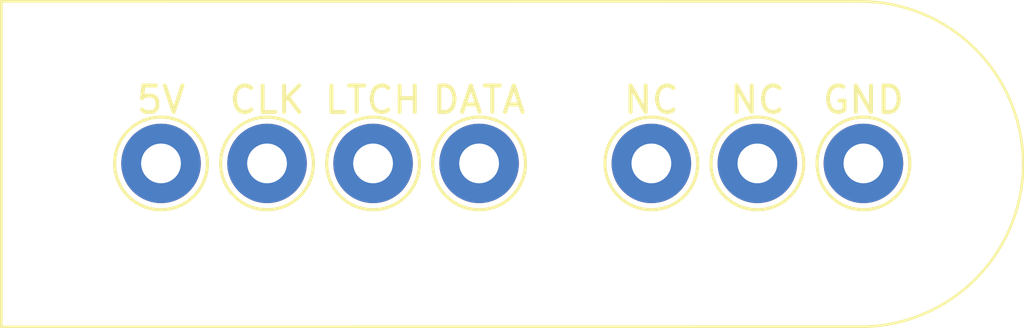
<source format=kicad_pcb>
(kicad_pcb (version 20240108) (generator "pcbnew") (generator_version "8.0")
  (layers (0 "F.Cu" signal) (31 "B.Cu" signal) (34 "B.Paste" user) (35 "F.Paste" user) (36 "B.SilkS" user "B.Silkscreen") (37 "F.SilkS" user "F.Silkscreen") (38 "B.Mask" user) (39 "F.Mask" user) (44 "Edge.Cuts" user))
  (net 0 "")
  (footprint "TestPoint:TestPoint_THTPad_D3.0mm_Drill1.5mm" (layer "F.Cu") (at 74.422 68.9356)
    (property "Reference" "5V" (at 0 -2.398 0) (layer "F.SilkS"))
    (property "Value" "TestPoint_THTPad_D3.0mm_Drill1.5mm")
    (fp_circle (center 0 0) (end 0 1.75) (stroke (width 0.12)) (fill none) (layer "F.SilkS"))
    (pad "1" thru_hole circle (at 0 0) (size 3 3) (drill 1.5) (layers "*.Cu" "*.Mask"))
  )
  (footprint "TestPoint:TestPoint_THTPad_D3.0mm_Drill1.5mm" (layer "F.Cu") (at 100.922 68.9356)
    (property "Reference" "GND" (at 0 -2.398 0) (layer "F.SilkS"))
    (property "Value" "TestPoint_THTPad_D3.0mm_Drill1.5mm")
    (fp_circle (center 0 0) (end 0 1.75) (stroke (width 0.12)) (fill none) (layer "F.SilkS"))
    (pad "7" thru_hole circle (at 0 0) (size 3 3) (drill 1.5) (layers "*.Cu" "*.Mask"))
  )
  (footprint "TestPoint:TestPoint_THTPad_D3.0mm_Drill1.5mm" (layer "F.Cu") (at 82.422 68.9356)
    (property "Reference" "LTCH" (at 0 -2.398 0) (layer "F.SilkS"))
    (property "Value" "TestPoint_THTPad_D3.0mm_Drill1.5mm")
    (fp_circle (center 0 0) (end 0 1.75) (stroke (width 0.12)) (fill none) (layer "F.SilkS"))
    (pad "3" thru_hole circle (at 0 0) (size 3 3) (drill 1.5) (layers "*.Cu" "*.Mask"))
  )
  (footprint "TestPoint:TestPoint_THTPad_D3.0mm_Drill1.5mm" (layer "F.Cu") (at 86.422 68.9356)
    (property "Reference" "DATA" (at 0 -2.398 0) (layer "F.SilkS"))
    (property "Value" "TestPoint_THTPad_D3.0mm_Drill1.5mm")
    (fp_circle (center 0 0) (end 0 1.75) (stroke (width 0.12)) (fill none) (layer "F.SilkS"))
    (pad "4" thru_hole circle (at 0 0) (size 3 3) (drill 1.5) (layers "*.Cu" "*.Mask"))
  )
  (footprint "TestPoint:TestPoint_THTPad_D3.0mm_Drill1.5mm" (layer "F.Cu") (at 96.922 68.9356)
    (property "Reference" "NC" (at 0 -2.398 0) (layer "F.SilkS"))
    (property "Value" "TestPoint_THTPad_D3.0mm_Drill1.5mm")
    (fp_circle (center 0 0) (end 0 1.75) (stroke (width 0.12)) (fill none) (layer "F.SilkS"))
    (pad "6" thru_hole circle (at 0 0) (size 3 3) (drill 1.5) (layers "*.Cu" "*.Mask"))
  )
  (footprint "TestPoint:TestPoint_THTPad_D3.0mm_Drill1.5mm" (layer "F.Cu") (at 78.422 68.9356)
    (property "Reference" "CLK" (at 0 -2.398 0) (layer "F.SilkS"))
    (property "Value" "TestPoint_THTPad_D3.0mm_Drill1.5mm")
    (fp_circle (center 0 0) (end 0 1.75) (stroke (width 0.12)) (fill none) (layer "F.SilkS"))
    (pad "2" thru_hole circle (at 0 0) (size 3 3) (drill 1.5) (layers "*.Cu" "*.Mask"))
  )
  (footprint "TestPoint:TestPoint_THTPad_D3.0mm_Drill1.5mm" (layer "F.Cu") (at 92.922 68.9356)
    (property "Reference" "NC" (at 0 -2.398 0) (layer "F.SilkS"))
    (property "Value" "TestPoint_THTPad_D3.0mm_Drill1.5mm")
    (fp_circle (center 0 0) (end 0 1.75) (stroke (width 0.12)) (fill none) (layer "F.SilkS"))
    (pad "5" thru_hole circle (at 0 0) (size 3 3) (drill 1.5) (layers "*.Cu" "*.Mask"))
  )
  (gr_arc (start 100.8 62.8142) (mid 106.9468 68.961) (end 100.8 75.1078) (stroke (width 0.1)) (layer "F.SilkS"))
  (gr_line (start 100.8 75.1078) (end 68.3968 75.111) (stroke (width 0.1)) (layer "F.SilkS"))
  (gr_line (start 100.8 62.8142) (end 68.3968 62.811) (stroke (width 0.1)) (layer "F.SilkS"))
  (gr_line (start 68.3968 62.811) (end 68.3968 75.111) (stroke (width 0.1)) (layer "F.SilkS"))
)
</source>
